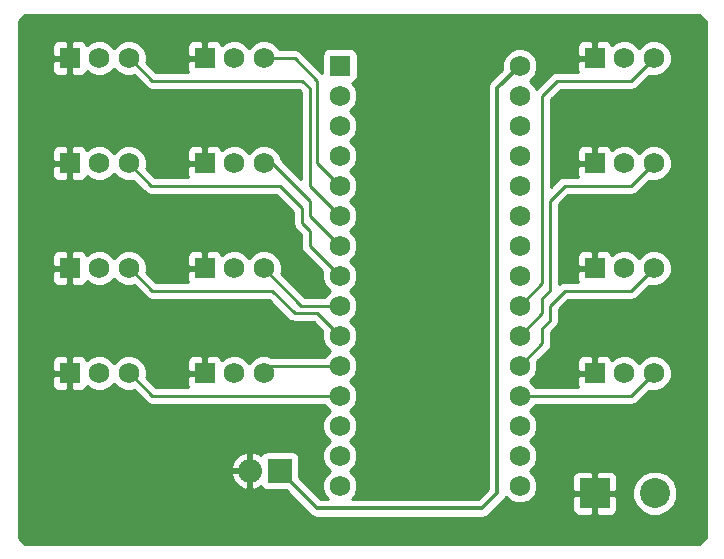
<source format=gbr>
G04 #@! TF.FileFunction,Copper,L1,Top,Signal*
%FSLAX46Y46*%
G04 Gerber Fmt 4.6, Leading zero omitted, Abs format (unit mm)*
G04 Created by KiCad (PCBNEW 4.0.2+e4-6225~38~ubuntu15.04.1-stable) date zo 17 jul 2016 23:00:48 CEST*
%MOMM*%
G01*
G04 APERTURE LIST*
%ADD10C,0.100000*%
%ADD11R,1.727200X1.727200*%
%ADD12C,1.727200*%
%ADD13R,1.750000X1.750000*%
%ADD14C,1.750000*%
%ADD15R,2.032000X2.032000*%
%ADD16O,2.032000X2.032000*%
%ADD17R,2.540000X2.540000*%
%ADD18C,2.540000*%
%ADD19C,0.250000*%
%ADD20C,0.350000*%
%ADD21C,0.254000*%
G04 APERTURE END LIST*
D10*
D11*
X141605000Y-86995000D03*
D12*
X141605000Y-89535000D03*
X141605000Y-92075000D03*
X141605000Y-94615000D03*
X141605000Y-97155000D03*
X141605000Y-99695000D03*
X141605000Y-102235000D03*
X141605000Y-104775000D03*
X141605000Y-107315000D03*
X141605000Y-109855000D03*
X141605000Y-112395000D03*
X141605000Y-114935000D03*
X141605000Y-117475000D03*
X141605000Y-120015000D03*
X141605000Y-122555000D03*
X156845000Y-122555000D03*
X156845000Y-120015000D03*
X156845000Y-117475000D03*
X156845000Y-114935000D03*
X156845000Y-112395000D03*
X156845000Y-109855000D03*
X156845000Y-107315000D03*
X156845000Y-104775000D03*
X156845000Y-102235000D03*
X156845000Y-99695000D03*
X156845000Y-97155000D03*
X156845000Y-94615000D03*
X156845000Y-92075000D03*
X156845000Y-89535000D03*
X156845000Y-86995000D03*
D13*
X130175000Y-86360000D03*
D14*
X132675000Y-86360000D03*
X135175000Y-86360000D03*
D13*
X118745000Y-86360000D03*
D14*
X121245000Y-86360000D03*
X123745000Y-86360000D03*
D13*
X130175000Y-95250000D03*
D14*
X132675000Y-95250000D03*
X135175000Y-95250000D03*
D13*
X118745000Y-95250000D03*
D14*
X121245000Y-95250000D03*
X123745000Y-95250000D03*
D13*
X130175000Y-104140000D03*
D14*
X132675000Y-104140000D03*
X135175000Y-104140000D03*
D13*
X118745000Y-104140000D03*
D14*
X121245000Y-104140000D03*
X123745000Y-104140000D03*
D13*
X130175000Y-113030000D03*
D14*
X132675000Y-113030000D03*
X135175000Y-113030000D03*
D13*
X118745000Y-113030000D03*
D14*
X121245000Y-113030000D03*
X123745000Y-113030000D03*
D15*
X136525000Y-121285000D03*
D16*
X133985000Y-121285000D03*
D13*
X163195000Y-113030000D03*
D14*
X165695000Y-113030000D03*
X168195000Y-113030000D03*
D13*
X163195000Y-104140000D03*
D14*
X165695000Y-104140000D03*
X168195000Y-104140000D03*
D13*
X163195000Y-95250000D03*
D14*
X165695000Y-95250000D03*
X168195000Y-95250000D03*
D13*
X163195000Y-86360000D03*
D14*
X165695000Y-86360000D03*
X168195000Y-86360000D03*
D17*
X163195000Y-123190000D03*
D18*
X168275000Y-123190000D03*
D19*
X141605000Y-97155000D02*
X139700000Y-95250000D01*
X137795000Y-86360000D02*
X135175000Y-86360000D01*
X139700000Y-88265000D02*
X137795000Y-86360000D01*
X139700000Y-95250000D02*
X139700000Y-88265000D01*
X141605000Y-99695000D02*
X139065000Y-97155000D01*
X125730000Y-88265000D02*
X123825000Y-86360000D01*
X138430000Y-88265000D02*
X125730000Y-88265000D01*
X139065000Y-88900000D02*
X138430000Y-88265000D01*
X139065000Y-97155000D02*
X139065000Y-88900000D01*
X123825000Y-86360000D02*
X123745000Y-86360000D01*
X141605000Y-102235000D02*
X139065000Y-99695000D01*
X139065000Y-98425000D02*
X135890000Y-95250000D01*
X139065000Y-99695000D02*
X139065000Y-98425000D01*
X135890000Y-95250000D02*
X135175000Y-95250000D01*
X139700000Y-102870000D02*
X139065000Y-102235000D01*
X139065000Y-102235000D02*
X139065000Y-100965000D01*
X141605000Y-104775000D02*
X139700000Y-102870000D01*
X125650000Y-97155000D02*
X123745000Y-95250000D01*
X136525000Y-97155000D02*
X125650000Y-97155000D01*
X138430000Y-99060000D02*
X136525000Y-97155000D01*
X138430000Y-100330000D02*
X138430000Y-99060000D01*
X139065000Y-100965000D02*
X138430000Y-100330000D01*
X141605000Y-107315000D02*
X138350000Y-107315000D01*
X138350000Y-107315000D02*
X135175000Y-104140000D01*
X141605000Y-109855000D02*
X139700000Y-107950000D01*
X125730000Y-106045000D02*
X123825000Y-104140000D01*
X135890000Y-106045000D02*
X125730000Y-106045000D01*
X137795000Y-107950000D02*
X135890000Y-106045000D01*
X139700000Y-107950000D02*
X137795000Y-107950000D01*
X123825000Y-104140000D02*
X123745000Y-104140000D01*
X141605000Y-112395000D02*
X135810000Y-112395000D01*
X135810000Y-112395000D02*
X135175000Y-113030000D01*
X141605000Y-114935000D02*
X125730000Y-114935000D01*
X125730000Y-114935000D02*
X123825000Y-113030000D01*
X123825000Y-113030000D02*
X123745000Y-113030000D01*
X156845000Y-114935000D02*
X166290000Y-114935000D01*
X166290000Y-114935000D02*
X168195000Y-113030000D01*
X156845000Y-112395000D02*
X158750000Y-110490000D01*
X166290000Y-106045000D02*
X168195000Y-104140000D01*
X160655000Y-106045000D02*
X166290000Y-106045000D01*
X159385000Y-107315000D02*
X160655000Y-106045000D01*
X159385000Y-108585000D02*
X159385000Y-107315000D01*
X158750000Y-109220000D02*
X159385000Y-108585000D01*
X158750000Y-110490000D02*
X158750000Y-109220000D01*
X156845000Y-112395000D02*
X157480000Y-112395000D01*
X156845000Y-109855000D02*
X158750000Y-107950000D01*
X166290000Y-97155000D02*
X168195000Y-95250000D01*
X160655000Y-97155000D02*
X166290000Y-97155000D01*
X159385000Y-98425000D02*
X160655000Y-97155000D01*
X159385000Y-106045000D02*
X159385000Y-98425000D01*
X158750000Y-106680000D02*
X159385000Y-106045000D01*
X158750000Y-107950000D02*
X158750000Y-106680000D01*
X156845000Y-107315000D02*
X158750000Y-105410000D01*
X166290000Y-88265000D02*
X168195000Y-86360000D01*
X160020000Y-88265000D02*
X166290000Y-88265000D01*
X158750000Y-89535000D02*
X160020000Y-88265000D01*
X158750000Y-105410000D02*
X158750000Y-89535000D01*
D20*
X136525000Y-121285000D02*
X139700000Y-124460000D01*
X139700000Y-124460000D02*
X153670000Y-124460000D01*
X153670000Y-124460000D02*
X154940000Y-123190000D01*
X154940000Y-123190000D02*
X154940000Y-88900000D01*
X154940000Y-88900000D02*
X156845000Y-86995000D01*
D21*
G36*
X172593000Y-83237606D02*
X172593000Y-126947394D01*
X172032394Y-127508000D01*
X114987606Y-127508000D01*
X114427000Y-126947394D01*
X114427000Y-121667946D01*
X132379017Y-121667946D01*
X132647812Y-122253379D01*
X133120182Y-122691385D01*
X133602056Y-122890975D01*
X133858000Y-122771836D01*
X133858000Y-121412000D01*
X132497633Y-121412000D01*
X132379017Y-121667946D01*
X114427000Y-121667946D01*
X114427000Y-120902054D01*
X132379017Y-120902054D01*
X132497633Y-121158000D01*
X133858000Y-121158000D01*
X133858000Y-119798164D01*
X133602056Y-119679025D01*
X133120182Y-119878615D01*
X132647812Y-120316621D01*
X132379017Y-120902054D01*
X114427000Y-120902054D01*
X114427000Y-113315750D01*
X117235000Y-113315750D01*
X117235000Y-114031310D01*
X117331673Y-114264699D01*
X117510302Y-114443327D01*
X117743691Y-114540000D01*
X118459250Y-114540000D01*
X118618000Y-114381250D01*
X118618000Y-113157000D01*
X117393750Y-113157000D01*
X117235000Y-113315750D01*
X114427000Y-113315750D01*
X114427000Y-112028690D01*
X117235000Y-112028690D01*
X117235000Y-112744250D01*
X117393750Y-112903000D01*
X118618000Y-112903000D01*
X118618000Y-111678750D01*
X118459250Y-111520000D01*
X117743691Y-111520000D01*
X117510302Y-111616673D01*
X117331673Y-111795301D01*
X117235000Y-112028690D01*
X114427000Y-112028690D01*
X114427000Y-104425750D01*
X117235000Y-104425750D01*
X117235000Y-105141310D01*
X117331673Y-105374699D01*
X117510302Y-105553327D01*
X117743691Y-105650000D01*
X118459250Y-105650000D01*
X118618000Y-105491250D01*
X118618000Y-104267000D01*
X117393750Y-104267000D01*
X117235000Y-104425750D01*
X114427000Y-104425750D01*
X114427000Y-103138690D01*
X117235000Y-103138690D01*
X117235000Y-103854250D01*
X117393750Y-104013000D01*
X118618000Y-104013000D01*
X118618000Y-102788750D01*
X118459250Y-102630000D01*
X117743691Y-102630000D01*
X117510302Y-102726673D01*
X117331673Y-102905301D01*
X117235000Y-103138690D01*
X114427000Y-103138690D01*
X114427000Y-95535750D01*
X117235000Y-95535750D01*
X117235000Y-96251310D01*
X117331673Y-96484699D01*
X117510302Y-96663327D01*
X117743691Y-96760000D01*
X118459250Y-96760000D01*
X118618000Y-96601250D01*
X118618000Y-95377000D01*
X117393750Y-95377000D01*
X117235000Y-95535750D01*
X114427000Y-95535750D01*
X114427000Y-94248690D01*
X117235000Y-94248690D01*
X117235000Y-94964250D01*
X117393750Y-95123000D01*
X118618000Y-95123000D01*
X118618000Y-93898750D01*
X118459250Y-93740000D01*
X117743691Y-93740000D01*
X117510302Y-93836673D01*
X117331673Y-94015301D01*
X117235000Y-94248690D01*
X114427000Y-94248690D01*
X114427000Y-86645750D01*
X117235000Y-86645750D01*
X117235000Y-87361310D01*
X117331673Y-87594699D01*
X117510302Y-87773327D01*
X117743691Y-87870000D01*
X118459250Y-87870000D01*
X118618000Y-87711250D01*
X118618000Y-86487000D01*
X117393750Y-86487000D01*
X117235000Y-86645750D01*
X114427000Y-86645750D01*
X114427000Y-85358690D01*
X117235000Y-85358690D01*
X117235000Y-86074250D01*
X117393750Y-86233000D01*
X118618000Y-86233000D01*
X118618000Y-85008750D01*
X118872000Y-85008750D01*
X118872000Y-86233000D01*
X118892000Y-86233000D01*
X118892000Y-86487000D01*
X118872000Y-86487000D01*
X118872000Y-87711250D01*
X119030750Y-87870000D01*
X119746309Y-87870000D01*
X119979698Y-87773327D01*
X120158327Y-87594699D01*
X120212760Y-87463286D01*
X120388537Y-87639370D01*
X120943325Y-87869738D01*
X121544040Y-87870262D01*
X122099229Y-87640862D01*
X122495318Y-87245464D01*
X122888537Y-87639370D01*
X123443325Y-87869738D01*
X124044040Y-87870262D01*
X124197183Y-87806985D01*
X125192599Y-88802401D01*
X125439161Y-88967148D01*
X125730000Y-89025000D01*
X138115198Y-89025000D01*
X138305000Y-89214802D01*
X138305000Y-96590198D01*
X136685245Y-94970443D01*
X136685262Y-94950960D01*
X136455862Y-94395771D01*
X136031463Y-93970630D01*
X135476675Y-93740262D01*
X134875960Y-93739738D01*
X134320771Y-93969138D01*
X133924682Y-94364536D01*
X133531463Y-93970630D01*
X132976675Y-93740262D01*
X132375960Y-93739738D01*
X131820771Y-93969138D01*
X131642797Y-94146802D01*
X131588327Y-94015301D01*
X131409698Y-93836673D01*
X131176309Y-93740000D01*
X130460750Y-93740000D01*
X130302000Y-93898750D01*
X130302000Y-95123000D01*
X130322000Y-95123000D01*
X130322000Y-95377000D01*
X130302000Y-95377000D01*
X130302000Y-95397000D01*
X130048000Y-95397000D01*
X130048000Y-95377000D01*
X128823750Y-95377000D01*
X128665000Y-95535750D01*
X128665000Y-96251310D01*
X128724518Y-96395000D01*
X125964802Y-96395000D01*
X125215639Y-95645837D01*
X125254738Y-95551675D01*
X125255262Y-94950960D01*
X125025862Y-94395771D01*
X124879038Y-94248690D01*
X128665000Y-94248690D01*
X128665000Y-94964250D01*
X128823750Y-95123000D01*
X130048000Y-95123000D01*
X130048000Y-93898750D01*
X129889250Y-93740000D01*
X129173691Y-93740000D01*
X128940302Y-93836673D01*
X128761673Y-94015301D01*
X128665000Y-94248690D01*
X124879038Y-94248690D01*
X124601463Y-93970630D01*
X124046675Y-93740262D01*
X123445960Y-93739738D01*
X122890771Y-93969138D01*
X122494682Y-94364536D01*
X122101463Y-93970630D01*
X121546675Y-93740262D01*
X120945960Y-93739738D01*
X120390771Y-93969138D01*
X120212797Y-94146802D01*
X120158327Y-94015301D01*
X119979698Y-93836673D01*
X119746309Y-93740000D01*
X119030750Y-93740000D01*
X118872000Y-93898750D01*
X118872000Y-95123000D01*
X118892000Y-95123000D01*
X118892000Y-95377000D01*
X118872000Y-95377000D01*
X118872000Y-96601250D01*
X119030750Y-96760000D01*
X119746309Y-96760000D01*
X119979698Y-96663327D01*
X120158327Y-96484699D01*
X120212760Y-96353286D01*
X120388537Y-96529370D01*
X120943325Y-96759738D01*
X121544040Y-96760262D01*
X122099229Y-96530862D01*
X122495318Y-96135464D01*
X122888537Y-96529370D01*
X123443325Y-96759738D01*
X124044040Y-96760262D01*
X124140573Y-96720375D01*
X125112599Y-97692401D01*
X125359161Y-97857148D01*
X125650000Y-97915000D01*
X136210198Y-97915000D01*
X137670000Y-99374802D01*
X137670000Y-100330000D01*
X137727852Y-100620839D01*
X137892599Y-100867401D01*
X138305000Y-101279802D01*
X138305000Y-102235000D01*
X138362852Y-102525839D01*
X138527599Y-102772401D01*
X140143084Y-104387886D01*
X140106661Y-104475602D01*
X140106141Y-105071782D01*
X140333808Y-105622780D01*
X140755003Y-106044710D01*
X140755931Y-106045095D01*
X140335290Y-106465003D01*
X140297920Y-106555000D01*
X138664802Y-106555000D01*
X136645639Y-104535837D01*
X136684738Y-104441675D01*
X136685262Y-103840960D01*
X136455862Y-103285771D01*
X136031463Y-102860630D01*
X135476675Y-102630262D01*
X134875960Y-102629738D01*
X134320771Y-102859138D01*
X133924682Y-103254536D01*
X133531463Y-102860630D01*
X132976675Y-102630262D01*
X132375960Y-102629738D01*
X131820771Y-102859138D01*
X131642797Y-103036802D01*
X131588327Y-102905301D01*
X131409698Y-102726673D01*
X131176309Y-102630000D01*
X130460750Y-102630000D01*
X130302000Y-102788750D01*
X130302000Y-104013000D01*
X130322000Y-104013000D01*
X130322000Y-104267000D01*
X130302000Y-104267000D01*
X130302000Y-104287000D01*
X130048000Y-104287000D01*
X130048000Y-104267000D01*
X128823750Y-104267000D01*
X128665000Y-104425750D01*
X128665000Y-105141310D01*
X128724518Y-105285000D01*
X126044802Y-105285000D01*
X125239111Y-104479309D01*
X125254738Y-104441675D01*
X125255262Y-103840960D01*
X125025862Y-103285771D01*
X124879038Y-103138690D01*
X128665000Y-103138690D01*
X128665000Y-103854250D01*
X128823750Y-104013000D01*
X130048000Y-104013000D01*
X130048000Y-102788750D01*
X129889250Y-102630000D01*
X129173691Y-102630000D01*
X128940302Y-102726673D01*
X128761673Y-102905301D01*
X128665000Y-103138690D01*
X124879038Y-103138690D01*
X124601463Y-102860630D01*
X124046675Y-102630262D01*
X123445960Y-102629738D01*
X122890771Y-102859138D01*
X122494682Y-103254536D01*
X122101463Y-102860630D01*
X121546675Y-102630262D01*
X120945960Y-102629738D01*
X120390771Y-102859138D01*
X120212797Y-103036802D01*
X120158327Y-102905301D01*
X119979698Y-102726673D01*
X119746309Y-102630000D01*
X119030750Y-102630000D01*
X118872000Y-102788750D01*
X118872000Y-104013000D01*
X118892000Y-104013000D01*
X118892000Y-104267000D01*
X118872000Y-104267000D01*
X118872000Y-105491250D01*
X119030750Y-105650000D01*
X119746309Y-105650000D01*
X119979698Y-105553327D01*
X120158327Y-105374699D01*
X120212760Y-105243286D01*
X120388537Y-105419370D01*
X120943325Y-105649738D01*
X121544040Y-105650262D01*
X122099229Y-105420862D01*
X122495318Y-105025464D01*
X122888537Y-105419370D01*
X123443325Y-105649738D01*
X124044040Y-105650262D01*
X124197183Y-105586985D01*
X125192599Y-106582401D01*
X125439161Y-106747148D01*
X125730000Y-106805000D01*
X135575198Y-106805000D01*
X137257599Y-108487401D01*
X137504161Y-108652148D01*
X137795000Y-108710000D01*
X139385198Y-108710000D01*
X140143084Y-109467886D01*
X140106661Y-109555602D01*
X140106141Y-110151782D01*
X140333808Y-110702780D01*
X140755003Y-111124710D01*
X140755931Y-111125095D01*
X140335290Y-111545003D01*
X140297920Y-111635000D01*
X135810000Y-111635000D01*
X135771458Y-111642667D01*
X135476675Y-111520262D01*
X134875960Y-111519738D01*
X134320771Y-111749138D01*
X133924682Y-112144536D01*
X133531463Y-111750630D01*
X132976675Y-111520262D01*
X132375960Y-111519738D01*
X131820771Y-111749138D01*
X131642797Y-111926802D01*
X131588327Y-111795301D01*
X131409698Y-111616673D01*
X131176309Y-111520000D01*
X130460750Y-111520000D01*
X130302000Y-111678750D01*
X130302000Y-112903000D01*
X130322000Y-112903000D01*
X130322000Y-113157000D01*
X130302000Y-113157000D01*
X130302000Y-113177000D01*
X130048000Y-113177000D01*
X130048000Y-113157000D01*
X128823750Y-113157000D01*
X128665000Y-113315750D01*
X128665000Y-114031310D01*
X128724518Y-114175000D01*
X126044802Y-114175000D01*
X125239111Y-113369309D01*
X125254738Y-113331675D01*
X125255262Y-112730960D01*
X125025862Y-112175771D01*
X124879038Y-112028690D01*
X128665000Y-112028690D01*
X128665000Y-112744250D01*
X128823750Y-112903000D01*
X130048000Y-112903000D01*
X130048000Y-111678750D01*
X129889250Y-111520000D01*
X129173691Y-111520000D01*
X128940302Y-111616673D01*
X128761673Y-111795301D01*
X128665000Y-112028690D01*
X124879038Y-112028690D01*
X124601463Y-111750630D01*
X124046675Y-111520262D01*
X123445960Y-111519738D01*
X122890771Y-111749138D01*
X122494682Y-112144536D01*
X122101463Y-111750630D01*
X121546675Y-111520262D01*
X120945960Y-111519738D01*
X120390771Y-111749138D01*
X120212797Y-111926802D01*
X120158327Y-111795301D01*
X119979698Y-111616673D01*
X119746309Y-111520000D01*
X119030750Y-111520000D01*
X118872000Y-111678750D01*
X118872000Y-112903000D01*
X118892000Y-112903000D01*
X118892000Y-113157000D01*
X118872000Y-113157000D01*
X118872000Y-114381250D01*
X119030750Y-114540000D01*
X119746309Y-114540000D01*
X119979698Y-114443327D01*
X120158327Y-114264699D01*
X120212760Y-114133286D01*
X120388537Y-114309370D01*
X120943325Y-114539738D01*
X121544040Y-114540262D01*
X122099229Y-114310862D01*
X122495318Y-113915464D01*
X122888537Y-114309370D01*
X123443325Y-114539738D01*
X124044040Y-114540262D01*
X124197183Y-114476985D01*
X125192599Y-115472401D01*
X125439161Y-115637148D01*
X125730000Y-115695000D01*
X140297538Y-115695000D01*
X140333808Y-115782780D01*
X140755003Y-116204710D01*
X140755931Y-116205095D01*
X140335290Y-116625003D01*
X140106661Y-117175602D01*
X140106141Y-117771782D01*
X140333808Y-118322780D01*
X140755003Y-118744710D01*
X140755931Y-118745095D01*
X140335290Y-119165003D01*
X140106661Y-119715602D01*
X140106141Y-120311782D01*
X140333808Y-120862780D01*
X140755003Y-121284710D01*
X140755931Y-121285095D01*
X140335290Y-121705003D01*
X140106661Y-122255602D01*
X140106141Y-122851782D01*
X140333808Y-123402780D01*
X140580597Y-123650000D01*
X140035513Y-123650000D01*
X138188440Y-121802928D01*
X138188440Y-120269000D01*
X138144162Y-120033683D01*
X138005090Y-119817559D01*
X137792890Y-119672569D01*
X137541000Y-119621560D01*
X135509000Y-119621560D01*
X135273683Y-119665838D01*
X135057559Y-119804910D01*
X134946160Y-119967948D01*
X134849818Y-119878615D01*
X134367944Y-119679025D01*
X134112000Y-119798164D01*
X134112000Y-121158000D01*
X134132000Y-121158000D01*
X134132000Y-121412000D01*
X134112000Y-121412000D01*
X134112000Y-122771836D01*
X134367944Y-122890975D01*
X134849818Y-122691385D01*
X134947398Y-122600903D01*
X135044910Y-122752441D01*
X135257110Y-122897431D01*
X135509000Y-122948440D01*
X137042928Y-122948440D01*
X139127243Y-125032756D01*
X139219901Y-125094668D01*
X139390026Y-125208342D01*
X139700000Y-125270000D01*
X153670000Y-125270000D01*
X153979974Y-125208342D01*
X154242756Y-125032756D01*
X155512756Y-123762757D01*
X155600549Y-123631365D01*
X155681321Y-123510481D01*
X155995003Y-123824710D01*
X156545602Y-124053339D01*
X157141782Y-124053859D01*
X157692780Y-123826192D01*
X158043833Y-123475750D01*
X161290000Y-123475750D01*
X161290000Y-124586310D01*
X161386673Y-124819699D01*
X161565302Y-124998327D01*
X161798691Y-125095000D01*
X162909250Y-125095000D01*
X163068000Y-124936250D01*
X163068000Y-123317000D01*
X163322000Y-123317000D01*
X163322000Y-124936250D01*
X163480750Y-125095000D01*
X164591309Y-125095000D01*
X164824698Y-124998327D01*
X165003327Y-124819699D01*
X165100000Y-124586310D01*
X165100000Y-123567265D01*
X166369670Y-123567265D01*
X166659078Y-124267686D01*
X167194495Y-124804039D01*
X167894410Y-125094668D01*
X168652265Y-125095330D01*
X169352686Y-124805922D01*
X169889039Y-124270505D01*
X170179668Y-123570590D01*
X170180330Y-122812735D01*
X169890922Y-122112314D01*
X169355505Y-121575961D01*
X168655590Y-121285332D01*
X167897735Y-121284670D01*
X167197314Y-121574078D01*
X166660961Y-122109495D01*
X166370332Y-122809410D01*
X166369670Y-123567265D01*
X165100000Y-123567265D01*
X165100000Y-123475750D01*
X164941250Y-123317000D01*
X163322000Y-123317000D01*
X163068000Y-123317000D01*
X161448750Y-123317000D01*
X161290000Y-123475750D01*
X158043833Y-123475750D01*
X158114710Y-123404997D01*
X158343339Y-122854398D01*
X158343859Y-122258218D01*
X158151921Y-121793690D01*
X161290000Y-121793690D01*
X161290000Y-122904250D01*
X161448750Y-123063000D01*
X163068000Y-123063000D01*
X163068000Y-121443750D01*
X163322000Y-121443750D01*
X163322000Y-123063000D01*
X164941250Y-123063000D01*
X165100000Y-122904250D01*
X165100000Y-121793690D01*
X165003327Y-121560301D01*
X164824698Y-121381673D01*
X164591309Y-121285000D01*
X163480750Y-121285000D01*
X163322000Y-121443750D01*
X163068000Y-121443750D01*
X162909250Y-121285000D01*
X161798691Y-121285000D01*
X161565302Y-121381673D01*
X161386673Y-121560301D01*
X161290000Y-121793690D01*
X158151921Y-121793690D01*
X158116192Y-121707220D01*
X157694997Y-121285290D01*
X157694069Y-121284905D01*
X158114710Y-120864997D01*
X158343339Y-120314398D01*
X158343859Y-119718218D01*
X158116192Y-119167220D01*
X157694997Y-118745290D01*
X157694069Y-118744905D01*
X158114710Y-118324997D01*
X158343339Y-117774398D01*
X158343859Y-117178218D01*
X158116192Y-116627220D01*
X157694997Y-116205290D01*
X157694069Y-116204905D01*
X158114710Y-115784997D01*
X158152080Y-115695000D01*
X166290000Y-115695000D01*
X166580839Y-115637148D01*
X166827401Y-115472401D01*
X167799163Y-114500639D01*
X167893325Y-114539738D01*
X168494040Y-114540262D01*
X169049229Y-114310862D01*
X169474370Y-113886463D01*
X169704738Y-113331675D01*
X169705262Y-112730960D01*
X169475862Y-112175771D01*
X169051463Y-111750630D01*
X168496675Y-111520262D01*
X167895960Y-111519738D01*
X167340771Y-111749138D01*
X166944682Y-112144536D01*
X166551463Y-111750630D01*
X165996675Y-111520262D01*
X165395960Y-111519738D01*
X164840771Y-111749138D01*
X164662797Y-111926802D01*
X164608327Y-111795301D01*
X164429698Y-111616673D01*
X164196309Y-111520000D01*
X163480750Y-111520000D01*
X163322000Y-111678750D01*
X163322000Y-112903000D01*
X163342000Y-112903000D01*
X163342000Y-113157000D01*
X163322000Y-113157000D01*
X163322000Y-113177000D01*
X163068000Y-113177000D01*
X163068000Y-113157000D01*
X161843750Y-113157000D01*
X161685000Y-113315750D01*
X161685000Y-114031310D01*
X161744518Y-114175000D01*
X158152462Y-114175000D01*
X158116192Y-114087220D01*
X157694997Y-113665290D01*
X157694069Y-113664905D01*
X158114710Y-113244997D01*
X158343339Y-112694398D01*
X158343859Y-112098218D01*
X158315131Y-112028690D01*
X161685000Y-112028690D01*
X161685000Y-112744250D01*
X161843750Y-112903000D01*
X163068000Y-112903000D01*
X163068000Y-111678750D01*
X162909250Y-111520000D01*
X162193691Y-111520000D01*
X161960302Y-111616673D01*
X161781673Y-111795301D01*
X161685000Y-112028690D01*
X158315131Y-112028690D01*
X158306646Y-112008156D01*
X159287401Y-111027401D01*
X159452148Y-110780839D01*
X159510000Y-110490000D01*
X159510000Y-109534802D01*
X159922401Y-109122401D01*
X160087148Y-108875839D01*
X160145000Y-108585000D01*
X160145000Y-107629802D01*
X160969802Y-106805000D01*
X166290000Y-106805000D01*
X166580839Y-106747148D01*
X166827401Y-106582401D01*
X167799163Y-105610639D01*
X167893325Y-105649738D01*
X168494040Y-105650262D01*
X169049229Y-105420862D01*
X169474370Y-104996463D01*
X169704738Y-104441675D01*
X169705262Y-103840960D01*
X169475862Y-103285771D01*
X169051463Y-102860630D01*
X168496675Y-102630262D01*
X167895960Y-102629738D01*
X167340771Y-102859138D01*
X166944682Y-103254536D01*
X166551463Y-102860630D01*
X165996675Y-102630262D01*
X165395960Y-102629738D01*
X164840771Y-102859138D01*
X164662797Y-103036802D01*
X164608327Y-102905301D01*
X164429698Y-102726673D01*
X164196309Y-102630000D01*
X163480750Y-102630000D01*
X163322000Y-102788750D01*
X163322000Y-104013000D01*
X163342000Y-104013000D01*
X163342000Y-104267000D01*
X163322000Y-104267000D01*
X163322000Y-104287000D01*
X163068000Y-104287000D01*
X163068000Y-104267000D01*
X161843750Y-104267000D01*
X161685000Y-104425750D01*
X161685000Y-105141310D01*
X161744518Y-105285000D01*
X160655000Y-105285000D01*
X160364160Y-105342852D01*
X160145000Y-105489290D01*
X160145000Y-103138690D01*
X161685000Y-103138690D01*
X161685000Y-103854250D01*
X161843750Y-104013000D01*
X163068000Y-104013000D01*
X163068000Y-102788750D01*
X162909250Y-102630000D01*
X162193691Y-102630000D01*
X161960302Y-102726673D01*
X161781673Y-102905301D01*
X161685000Y-103138690D01*
X160145000Y-103138690D01*
X160145000Y-98739802D01*
X160969802Y-97915000D01*
X166290000Y-97915000D01*
X166580839Y-97857148D01*
X166827401Y-97692401D01*
X167799163Y-96720639D01*
X167893325Y-96759738D01*
X168494040Y-96760262D01*
X169049229Y-96530862D01*
X169474370Y-96106463D01*
X169704738Y-95551675D01*
X169705262Y-94950960D01*
X169475862Y-94395771D01*
X169051463Y-93970630D01*
X168496675Y-93740262D01*
X167895960Y-93739738D01*
X167340771Y-93969138D01*
X166944682Y-94364536D01*
X166551463Y-93970630D01*
X165996675Y-93740262D01*
X165395960Y-93739738D01*
X164840771Y-93969138D01*
X164662797Y-94146802D01*
X164608327Y-94015301D01*
X164429698Y-93836673D01*
X164196309Y-93740000D01*
X163480750Y-93740000D01*
X163322000Y-93898750D01*
X163322000Y-95123000D01*
X163342000Y-95123000D01*
X163342000Y-95377000D01*
X163322000Y-95377000D01*
X163322000Y-95397000D01*
X163068000Y-95397000D01*
X163068000Y-95377000D01*
X161843750Y-95377000D01*
X161685000Y-95535750D01*
X161685000Y-96251310D01*
X161744518Y-96395000D01*
X160655000Y-96395000D01*
X160364160Y-96452852D01*
X160117599Y-96617599D01*
X159510000Y-97225198D01*
X159510000Y-94248690D01*
X161685000Y-94248690D01*
X161685000Y-94964250D01*
X161843750Y-95123000D01*
X163068000Y-95123000D01*
X163068000Y-93898750D01*
X162909250Y-93740000D01*
X162193691Y-93740000D01*
X161960302Y-93836673D01*
X161781673Y-94015301D01*
X161685000Y-94248690D01*
X159510000Y-94248690D01*
X159510000Y-89849802D01*
X160334802Y-89025000D01*
X166290000Y-89025000D01*
X166580839Y-88967148D01*
X166827401Y-88802401D01*
X167799163Y-87830639D01*
X167893325Y-87869738D01*
X168494040Y-87870262D01*
X169049229Y-87640862D01*
X169474370Y-87216463D01*
X169704738Y-86661675D01*
X169705262Y-86060960D01*
X169475862Y-85505771D01*
X169051463Y-85080630D01*
X168496675Y-84850262D01*
X167895960Y-84849738D01*
X167340771Y-85079138D01*
X166944682Y-85474536D01*
X166551463Y-85080630D01*
X165996675Y-84850262D01*
X165395960Y-84849738D01*
X164840771Y-85079138D01*
X164662797Y-85256802D01*
X164608327Y-85125301D01*
X164429698Y-84946673D01*
X164196309Y-84850000D01*
X163480750Y-84850000D01*
X163322000Y-85008750D01*
X163322000Y-86233000D01*
X163342000Y-86233000D01*
X163342000Y-86487000D01*
X163322000Y-86487000D01*
X163322000Y-86507000D01*
X163068000Y-86507000D01*
X163068000Y-86487000D01*
X161843750Y-86487000D01*
X161685000Y-86645750D01*
X161685000Y-87361310D01*
X161744518Y-87505000D01*
X160020000Y-87505000D01*
X159729160Y-87562852D01*
X159482599Y-87727599D01*
X158235129Y-88975069D01*
X158116192Y-88687220D01*
X157694997Y-88265290D01*
X157694069Y-88264905D01*
X158114710Y-87844997D01*
X158343339Y-87294398D01*
X158343859Y-86698218D01*
X158116192Y-86147220D01*
X157694997Y-85725290D01*
X157144398Y-85496661D01*
X156548218Y-85496141D01*
X155997220Y-85723808D01*
X155575290Y-86145003D01*
X155346661Y-86695602D01*
X155346141Y-87291782D01*
X155362679Y-87331808D01*
X154367244Y-88327244D01*
X154191658Y-88590026D01*
X154130000Y-88900000D01*
X154130000Y-122854487D01*
X153334488Y-123650000D01*
X142629279Y-123650000D01*
X142874710Y-123404997D01*
X143103339Y-122854398D01*
X143103859Y-122258218D01*
X142876192Y-121707220D01*
X142454997Y-121285290D01*
X142454069Y-121284905D01*
X142874710Y-120864997D01*
X143103339Y-120314398D01*
X143103859Y-119718218D01*
X142876192Y-119167220D01*
X142454997Y-118745290D01*
X142454069Y-118744905D01*
X142874710Y-118324997D01*
X143103339Y-117774398D01*
X143103859Y-117178218D01*
X142876192Y-116627220D01*
X142454997Y-116205290D01*
X142454069Y-116204905D01*
X142874710Y-115784997D01*
X143103339Y-115234398D01*
X143103859Y-114638218D01*
X142876192Y-114087220D01*
X142454997Y-113665290D01*
X142454069Y-113664905D01*
X142874710Y-113244997D01*
X143103339Y-112694398D01*
X143103859Y-112098218D01*
X142876192Y-111547220D01*
X142454997Y-111125290D01*
X142454069Y-111124905D01*
X142874710Y-110704997D01*
X143103339Y-110154398D01*
X143103859Y-109558218D01*
X142876192Y-109007220D01*
X142454997Y-108585290D01*
X142454069Y-108584905D01*
X142874710Y-108164997D01*
X143103339Y-107614398D01*
X143103859Y-107018218D01*
X142876192Y-106467220D01*
X142454997Y-106045290D01*
X142454069Y-106044905D01*
X142874710Y-105624997D01*
X143103339Y-105074398D01*
X143103859Y-104478218D01*
X142876192Y-103927220D01*
X142454997Y-103505290D01*
X142454069Y-103504905D01*
X142874710Y-103084997D01*
X143103339Y-102534398D01*
X143103859Y-101938218D01*
X142876192Y-101387220D01*
X142454997Y-100965290D01*
X142454069Y-100964905D01*
X142874710Y-100544997D01*
X143103339Y-99994398D01*
X143103859Y-99398218D01*
X142876192Y-98847220D01*
X142454997Y-98425290D01*
X142454069Y-98424905D01*
X142874710Y-98004997D01*
X143103339Y-97454398D01*
X143103859Y-96858218D01*
X142876192Y-96307220D01*
X142454997Y-95885290D01*
X142454069Y-95884905D01*
X142874710Y-95464997D01*
X143103339Y-94914398D01*
X143103859Y-94318218D01*
X142876192Y-93767220D01*
X142454997Y-93345290D01*
X142454069Y-93344905D01*
X142874710Y-92924997D01*
X143103339Y-92374398D01*
X143103859Y-91778218D01*
X142876192Y-91227220D01*
X142454997Y-90805290D01*
X142454069Y-90804905D01*
X142874710Y-90384997D01*
X143103339Y-89834398D01*
X143103859Y-89238218D01*
X142876192Y-88687220D01*
X142659475Y-88470124D01*
X142703917Y-88461762D01*
X142920041Y-88322690D01*
X143065031Y-88110490D01*
X143116040Y-87858600D01*
X143116040Y-86131400D01*
X143071762Y-85896083D01*
X142932690Y-85679959D01*
X142720490Y-85534969D01*
X142468600Y-85483960D01*
X140741400Y-85483960D01*
X140506083Y-85528238D01*
X140289959Y-85667310D01*
X140144969Y-85879510D01*
X140093960Y-86131400D01*
X140093960Y-87584158D01*
X138332401Y-85822599D01*
X138085839Y-85657852D01*
X137795000Y-85600000D01*
X136494797Y-85600000D01*
X136455862Y-85505771D01*
X136309038Y-85358690D01*
X161685000Y-85358690D01*
X161685000Y-86074250D01*
X161843750Y-86233000D01*
X163068000Y-86233000D01*
X163068000Y-85008750D01*
X162909250Y-84850000D01*
X162193691Y-84850000D01*
X161960302Y-84946673D01*
X161781673Y-85125301D01*
X161685000Y-85358690D01*
X136309038Y-85358690D01*
X136031463Y-85080630D01*
X135476675Y-84850262D01*
X134875960Y-84849738D01*
X134320771Y-85079138D01*
X133924682Y-85474536D01*
X133531463Y-85080630D01*
X132976675Y-84850262D01*
X132375960Y-84849738D01*
X131820771Y-85079138D01*
X131642797Y-85256802D01*
X131588327Y-85125301D01*
X131409698Y-84946673D01*
X131176309Y-84850000D01*
X130460750Y-84850000D01*
X130302000Y-85008750D01*
X130302000Y-86233000D01*
X130322000Y-86233000D01*
X130322000Y-86487000D01*
X130302000Y-86487000D01*
X130302000Y-86507000D01*
X130048000Y-86507000D01*
X130048000Y-86487000D01*
X128823750Y-86487000D01*
X128665000Y-86645750D01*
X128665000Y-87361310D01*
X128724518Y-87505000D01*
X126044802Y-87505000D01*
X125239111Y-86699309D01*
X125254738Y-86661675D01*
X125255262Y-86060960D01*
X125025862Y-85505771D01*
X124879038Y-85358690D01*
X128665000Y-85358690D01*
X128665000Y-86074250D01*
X128823750Y-86233000D01*
X130048000Y-86233000D01*
X130048000Y-85008750D01*
X129889250Y-84850000D01*
X129173691Y-84850000D01*
X128940302Y-84946673D01*
X128761673Y-85125301D01*
X128665000Y-85358690D01*
X124879038Y-85358690D01*
X124601463Y-85080630D01*
X124046675Y-84850262D01*
X123445960Y-84849738D01*
X122890771Y-85079138D01*
X122494682Y-85474536D01*
X122101463Y-85080630D01*
X121546675Y-84850262D01*
X120945960Y-84849738D01*
X120390771Y-85079138D01*
X120212797Y-85256802D01*
X120158327Y-85125301D01*
X119979698Y-84946673D01*
X119746309Y-84850000D01*
X119030750Y-84850000D01*
X118872000Y-85008750D01*
X118618000Y-85008750D01*
X118459250Y-84850000D01*
X117743691Y-84850000D01*
X117510302Y-84946673D01*
X117331673Y-85125301D01*
X117235000Y-85358690D01*
X114427000Y-85358690D01*
X114427000Y-83237606D01*
X114987606Y-82677000D01*
X172032394Y-82677000D01*
X172593000Y-83237606D01*
X172593000Y-83237606D01*
G37*
X172593000Y-83237606D02*
X172593000Y-126947394D01*
X172032394Y-127508000D01*
X114987606Y-127508000D01*
X114427000Y-126947394D01*
X114427000Y-121667946D01*
X132379017Y-121667946D01*
X132647812Y-122253379D01*
X133120182Y-122691385D01*
X133602056Y-122890975D01*
X133858000Y-122771836D01*
X133858000Y-121412000D01*
X132497633Y-121412000D01*
X132379017Y-121667946D01*
X114427000Y-121667946D01*
X114427000Y-120902054D01*
X132379017Y-120902054D01*
X132497633Y-121158000D01*
X133858000Y-121158000D01*
X133858000Y-119798164D01*
X133602056Y-119679025D01*
X133120182Y-119878615D01*
X132647812Y-120316621D01*
X132379017Y-120902054D01*
X114427000Y-120902054D01*
X114427000Y-113315750D01*
X117235000Y-113315750D01*
X117235000Y-114031310D01*
X117331673Y-114264699D01*
X117510302Y-114443327D01*
X117743691Y-114540000D01*
X118459250Y-114540000D01*
X118618000Y-114381250D01*
X118618000Y-113157000D01*
X117393750Y-113157000D01*
X117235000Y-113315750D01*
X114427000Y-113315750D01*
X114427000Y-112028690D01*
X117235000Y-112028690D01*
X117235000Y-112744250D01*
X117393750Y-112903000D01*
X118618000Y-112903000D01*
X118618000Y-111678750D01*
X118459250Y-111520000D01*
X117743691Y-111520000D01*
X117510302Y-111616673D01*
X117331673Y-111795301D01*
X117235000Y-112028690D01*
X114427000Y-112028690D01*
X114427000Y-104425750D01*
X117235000Y-104425750D01*
X117235000Y-105141310D01*
X117331673Y-105374699D01*
X117510302Y-105553327D01*
X117743691Y-105650000D01*
X118459250Y-105650000D01*
X118618000Y-105491250D01*
X118618000Y-104267000D01*
X117393750Y-104267000D01*
X117235000Y-104425750D01*
X114427000Y-104425750D01*
X114427000Y-103138690D01*
X117235000Y-103138690D01*
X117235000Y-103854250D01*
X117393750Y-104013000D01*
X118618000Y-104013000D01*
X118618000Y-102788750D01*
X118459250Y-102630000D01*
X117743691Y-102630000D01*
X117510302Y-102726673D01*
X117331673Y-102905301D01*
X117235000Y-103138690D01*
X114427000Y-103138690D01*
X114427000Y-95535750D01*
X117235000Y-95535750D01*
X117235000Y-96251310D01*
X117331673Y-96484699D01*
X117510302Y-96663327D01*
X117743691Y-96760000D01*
X118459250Y-96760000D01*
X118618000Y-96601250D01*
X118618000Y-95377000D01*
X117393750Y-95377000D01*
X117235000Y-95535750D01*
X114427000Y-95535750D01*
X114427000Y-94248690D01*
X117235000Y-94248690D01*
X117235000Y-94964250D01*
X117393750Y-95123000D01*
X118618000Y-95123000D01*
X118618000Y-93898750D01*
X118459250Y-93740000D01*
X117743691Y-93740000D01*
X117510302Y-93836673D01*
X117331673Y-94015301D01*
X117235000Y-94248690D01*
X114427000Y-94248690D01*
X114427000Y-86645750D01*
X117235000Y-86645750D01*
X117235000Y-87361310D01*
X117331673Y-87594699D01*
X117510302Y-87773327D01*
X117743691Y-87870000D01*
X118459250Y-87870000D01*
X118618000Y-87711250D01*
X118618000Y-86487000D01*
X117393750Y-86487000D01*
X117235000Y-86645750D01*
X114427000Y-86645750D01*
X114427000Y-85358690D01*
X117235000Y-85358690D01*
X117235000Y-86074250D01*
X117393750Y-86233000D01*
X118618000Y-86233000D01*
X118618000Y-85008750D01*
X118872000Y-85008750D01*
X118872000Y-86233000D01*
X118892000Y-86233000D01*
X118892000Y-86487000D01*
X118872000Y-86487000D01*
X118872000Y-87711250D01*
X119030750Y-87870000D01*
X119746309Y-87870000D01*
X119979698Y-87773327D01*
X120158327Y-87594699D01*
X120212760Y-87463286D01*
X120388537Y-87639370D01*
X120943325Y-87869738D01*
X121544040Y-87870262D01*
X122099229Y-87640862D01*
X122495318Y-87245464D01*
X122888537Y-87639370D01*
X123443325Y-87869738D01*
X124044040Y-87870262D01*
X124197183Y-87806985D01*
X125192599Y-88802401D01*
X125439161Y-88967148D01*
X125730000Y-89025000D01*
X138115198Y-89025000D01*
X138305000Y-89214802D01*
X138305000Y-96590198D01*
X136685245Y-94970443D01*
X136685262Y-94950960D01*
X136455862Y-94395771D01*
X136031463Y-93970630D01*
X135476675Y-93740262D01*
X134875960Y-93739738D01*
X134320771Y-93969138D01*
X133924682Y-94364536D01*
X133531463Y-93970630D01*
X132976675Y-93740262D01*
X132375960Y-93739738D01*
X131820771Y-93969138D01*
X131642797Y-94146802D01*
X131588327Y-94015301D01*
X131409698Y-93836673D01*
X131176309Y-93740000D01*
X130460750Y-93740000D01*
X130302000Y-93898750D01*
X130302000Y-95123000D01*
X130322000Y-95123000D01*
X130322000Y-95377000D01*
X130302000Y-95377000D01*
X130302000Y-95397000D01*
X130048000Y-95397000D01*
X130048000Y-95377000D01*
X128823750Y-95377000D01*
X128665000Y-95535750D01*
X128665000Y-96251310D01*
X128724518Y-96395000D01*
X125964802Y-96395000D01*
X125215639Y-95645837D01*
X125254738Y-95551675D01*
X125255262Y-94950960D01*
X125025862Y-94395771D01*
X124879038Y-94248690D01*
X128665000Y-94248690D01*
X128665000Y-94964250D01*
X128823750Y-95123000D01*
X130048000Y-95123000D01*
X130048000Y-93898750D01*
X129889250Y-93740000D01*
X129173691Y-93740000D01*
X128940302Y-93836673D01*
X128761673Y-94015301D01*
X128665000Y-94248690D01*
X124879038Y-94248690D01*
X124601463Y-93970630D01*
X124046675Y-93740262D01*
X123445960Y-93739738D01*
X122890771Y-93969138D01*
X122494682Y-94364536D01*
X122101463Y-93970630D01*
X121546675Y-93740262D01*
X120945960Y-93739738D01*
X120390771Y-93969138D01*
X120212797Y-94146802D01*
X120158327Y-94015301D01*
X119979698Y-93836673D01*
X119746309Y-93740000D01*
X119030750Y-93740000D01*
X118872000Y-93898750D01*
X118872000Y-95123000D01*
X118892000Y-95123000D01*
X118892000Y-95377000D01*
X118872000Y-95377000D01*
X118872000Y-96601250D01*
X119030750Y-96760000D01*
X119746309Y-96760000D01*
X119979698Y-96663327D01*
X120158327Y-96484699D01*
X120212760Y-96353286D01*
X120388537Y-96529370D01*
X120943325Y-96759738D01*
X121544040Y-96760262D01*
X122099229Y-96530862D01*
X122495318Y-96135464D01*
X122888537Y-96529370D01*
X123443325Y-96759738D01*
X124044040Y-96760262D01*
X124140573Y-96720375D01*
X125112599Y-97692401D01*
X125359161Y-97857148D01*
X125650000Y-97915000D01*
X136210198Y-97915000D01*
X137670000Y-99374802D01*
X137670000Y-100330000D01*
X137727852Y-100620839D01*
X137892599Y-100867401D01*
X138305000Y-101279802D01*
X138305000Y-102235000D01*
X138362852Y-102525839D01*
X138527599Y-102772401D01*
X140143084Y-104387886D01*
X140106661Y-104475602D01*
X140106141Y-105071782D01*
X140333808Y-105622780D01*
X140755003Y-106044710D01*
X140755931Y-106045095D01*
X140335290Y-106465003D01*
X140297920Y-106555000D01*
X138664802Y-106555000D01*
X136645639Y-104535837D01*
X136684738Y-104441675D01*
X136685262Y-103840960D01*
X136455862Y-103285771D01*
X136031463Y-102860630D01*
X135476675Y-102630262D01*
X134875960Y-102629738D01*
X134320771Y-102859138D01*
X133924682Y-103254536D01*
X133531463Y-102860630D01*
X132976675Y-102630262D01*
X132375960Y-102629738D01*
X131820771Y-102859138D01*
X131642797Y-103036802D01*
X131588327Y-102905301D01*
X131409698Y-102726673D01*
X131176309Y-102630000D01*
X130460750Y-102630000D01*
X130302000Y-102788750D01*
X130302000Y-104013000D01*
X130322000Y-104013000D01*
X130322000Y-104267000D01*
X130302000Y-104267000D01*
X130302000Y-104287000D01*
X130048000Y-104287000D01*
X130048000Y-104267000D01*
X128823750Y-104267000D01*
X128665000Y-104425750D01*
X128665000Y-105141310D01*
X128724518Y-105285000D01*
X126044802Y-105285000D01*
X125239111Y-104479309D01*
X125254738Y-104441675D01*
X125255262Y-103840960D01*
X125025862Y-103285771D01*
X124879038Y-103138690D01*
X128665000Y-103138690D01*
X128665000Y-103854250D01*
X128823750Y-104013000D01*
X130048000Y-104013000D01*
X130048000Y-102788750D01*
X129889250Y-102630000D01*
X129173691Y-102630000D01*
X128940302Y-102726673D01*
X128761673Y-102905301D01*
X128665000Y-103138690D01*
X124879038Y-103138690D01*
X124601463Y-102860630D01*
X124046675Y-102630262D01*
X123445960Y-102629738D01*
X122890771Y-102859138D01*
X122494682Y-103254536D01*
X122101463Y-102860630D01*
X121546675Y-102630262D01*
X120945960Y-102629738D01*
X120390771Y-102859138D01*
X120212797Y-103036802D01*
X120158327Y-102905301D01*
X119979698Y-102726673D01*
X119746309Y-102630000D01*
X119030750Y-102630000D01*
X118872000Y-102788750D01*
X118872000Y-104013000D01*
X118892000Y-104013000D01*
X118892000Y-104267000D01*
X118872000Y-104267000D01*
X118872000Y-105491250D01*
X119030750Y-105650000D01*
X119746309Y-105650000D01*
X119979698Y-105553327D01*
X120158327Y-105374699D01*
X120212760Y-105243286D01*
X120388537Y-105419370D01*
X120943325Y-105649738D01*
X121544040Y-105650262D01*
X122099229Y-105420862D01*
X122495318Y-105025464D01*
X122888537Y-105419370D01*
X123443325Y-105649738D01*
X124044040Y-105650262D01*
X124197183Y-105586985D01*
X125192599Y-106582401D01*
X125439161Y-106747148D01*
X125730000Y-106805000D01*
X135575198Y-106805000D01*
X137257599Y-108487401D01*
X137504161Y-108652148D01*
X137795000Y-108710000D01*
X139385198Y-108710000D01*
X140143084Y-109467886D01*
X140106661Y-109555602D01*
X140106141Y-110151782D01*
X140333808Y-110702780D01*
X140755003Y-111124710D01*
X140755931Y-111125095D01*
X140335290Y-111545003D01*
X140297920Y-111635000D01*
X135810000Y-111635000D01*
X135771458Y-111642667D01*
X135476675Y-111520262D01*
X134875960Y-111519738D01*
X134320771Y-111749138D01*
X133924682Y-112144536D01*
X133531463Y-111750630D01*
X132976675Y-111520262D01*
X132375960Y-111519738D01*
X131820771Y-111749138D01*
X131642797Y-111926802D01*
X131588327Y-111795301D01*
X131409698Y-111616673D01*
X131176309Y-111520000D01*
X130460750Y-111520000D01*
X130302000Y-111678750D01*
X130302000Y-112903000D01*
X130322000Y-112903000D01*
X130322000Y-113157000D01*
X130302000Y-113157000D01*
X130302000Y-113177000D01*
X130048000Y-113177000D01*
X130048000Y-113157000D01*
X128823750Y-113157000D01*
X128665000Y-113315750D01*
X128665000Y-114031310D01*
X128724518Y-114175000D01*
X126044802Y-114175000D01*
X125239111Y-113369309D01*
X125254738Y-113331675D01*
X125255262Y-112730960D01*
X125025862Y-112175771D01*
X124879038Y-112028690D01*
X128665000Y-112028690D01*
X128665000Y-112744250D01*
X128823750Y-112903000D01*
X130048000Y-112903000D01*
X130048000Y-111678750D01*
X129889250Y-111520000D01*
X129173691Y-111520000D01*
X128940302Y-111616673D01*
X128761673Y-111795301D01*
X128665000Y-112028690D01*
X124879038Y-112028690D01*
X124601463Y-111750630D01*
X124046675Y-111520262D01*
X123445960Y-111519738D01*
X122890771Y-111749138D01*
X122494682Y-112144536D01*
X122101463Y-111750630D01*
X121546675Y-111520262D01*
X120945960Y-111519738D01*
X120390771Y-111749138D01*
X120212797Y-111926802D01*
X120158327Y-111795301D01*
X119979698Y-111616673D01*
X119746309Y-111520000D01*
X119030750Y-111520000D01*
X118872000Y-111678750D01*
X118872000Y-112903000D01*
X118892000Y-112903000D01*
X118892000Y-113157000D01*
X118872000Y-113157000D01*
X118872000Y-114381250D01*
X119030750Y-114540000D01*
X119746309Y-114540000D01*
X119979698Y-114443327D01*
X120158327Y-114264699D01*
X120212760Y-114133286D01*
X120388537Y-114309370D01*
X120943325Y-114539738D01*
X121544040Y-114540262D01*
X122099229Y-114310862D01*
X122495318Y-113915464D01*
X122888537Y-114309370D01*
X123443325Y-114539738D01*
X124044040Y-114540262D01*
X124197183Y-114476985D01*
X125192599Y-115472401D01*
X125439161Y-115637148D01*
X125730000Y-115695000D01*
X140297538Y-115695000D01*
X140333808Y-115782780D01*
X140755003Y-116204710D01*
X140755931Y-116205095D01*
X140335290Y-116625003D01*
X140106661Y-117175602D01*
X140106141Y-117771782D01*
X140333808Y-118322780D01*
X140755003Y-118744710D01*
X140755931Y-118745095D01*
X140335290Y-119165003D01*
X140106661Y-119715602D01*
X140106141Y-120311782D01*
X140333808Y-120862780D01*
X140755003Y-121284710D01*
X140755931Y-121285095D01*
X140335290Y-121705003D01*
X140106661Y-122255602D01*
X140106141Y-122851782D01*
X140333808Y-123402780D01*
X140580597Y-123650000D01*
X140035513Y-123650000D01*
X138188440Y-121802928D01*
X138188440Y-120269000D01*
X138144162Y-120033683D01*
X138005090Y-119817559D01*
X137792890Y-119672569D01*
X137541000Y-119621560D01*
X135509000Y-119621560D01*
X135273683Y-119665838D01*
X135057559Y-119804910D01*
X134946160Y-119967948D01*
X134849818Y-119878615D01*
X134367944Y-119679025D01*
X134112000Y-119798164D01*
X134112000Y-121158000D01*
X134132000Y-121158000D01*
X134132000Y-121412000D01*
X134112000Y-121412000D01*
X134112000Y-122771836D01*
X134367944Y-122890975D01*
X134849818Y-122691385D01*
X134947398Y-122600903D01*
X135044910Y-122752441D01*
X135257110Y-122897431D01*
X135509000Y-122948440D01*
X137042928Y-122948440D01*
X139127243Y-125032756D01*
X139219901Y-125094668D01*
X139390026Y-125208342D01*
X139700000Y-125270000D01*
X153670000Y-125270000D01*
X153979974Y-125208342D01*
X154242756Y-125032756D01*
X155512756Y-123762757D01*
X155600549Y-123631365D01*
X155681321Y-123510481D01*
X155995003Y-123824710D01*
X156545602Y-124053339D01*
X157141782Y-124053859D01*
X157692780Y-123826192D01*
X158043833Y-123475750D01*
X161290000Y-123475750D01*
X161290000Y-124586310D01*
X161386673Y-124819699D01*
X161565302Y-124998327D01*
X161798691Y-125095000D01*
X162909250Y-125095000D01*
X163068000Y-124936250D01*
X163068000Y-123317000D01*
X163322000Y-123317000D01*
X163322000Y-124936250D01*
X163480750Y-125095000D01*
X164591309Y-125095000D01*
X164824698Y-124998327D01*
X165003327Y-124819699D01*
X165100000Y-124586310D01*
X165100000Y-123567265D01*
X166369670Y-123567265D01*
X166659078Y-124267686D01*
X167194495Y-124804039D01*
X167894410Y-125094668D01*
X168652265Y-125095330D01*
X169352686Y-124805922D01*
X169889039Y-124270505D01*
X170179668Y-123570590D01*
X170180330Y-122812735D01*
X169890922Y-122112314D01*
X169355505Y-121575961D01*
X168655590Y-121285332D01*
X167897735Y-121284670D01*
X167197314Y-121574078D01*
X166660961Y-122109495D01*
X166370332Y-122809410D01*
X166369670Y-123567265D01*
X165100000Y-123567265D01*
X165100000Y-123475750D01*
X164941250Y-123317000D01*
X163322000Y-123317000D01*
X163068000Y-123317000D01*
X161448750Y-123317000D01*
X161290000Y-123475750D01*
X158043833Y-123475750D01*
X158114710Y-123404997D01*
X158343339Y-122854398D01*
X158343859Y-122258218D01*
X158151921Y-121793690D01*
X161290000Y-121793690D01*
X161290000Y-122904250D01*
X161448750Y-123063000D01*
X163068000Y-123063000D01*
X163068000Y-121443750D01*
X163322000Y-121443750D01*
X163322000Y-123063000D01*
X164941250Y-123063000D01*
X165100000Y-122904250D01*
X165100000Y-121793690D01*
X165003327Y-121560301D01*
X164824698Y-121381673D01*
X164591309Y-121285000D01*
X163480750Y-121285000D01*
X163322000Y-121443750D01*
X163068000Y-121443750D01*
X162909250Y-121285000D01*
X161798691Y-121285000D01*
X161565302Y-121381673D01*
X161386673Y-121560301D01*
X161290000Y-121793690D01*
X158151921Y-121793690D01*
X158116192Y-121707220D01*
X157694997Y-121285290D01*
X157694069Y-121284905D01*
X158114710Y-120864997D01*
X158343339Y-120314398D01*
X158343859Y-119718218D01*
X158116192Y-119167220D01*
X157694997Y-118745290D01*
X157694069Y-118744905D01*
X158114710Y-118324997D01*
X158343339Y-117774398D01*
X158343859Y-117178218D01*
X158116192Y-116627220D01*
X157694997Y-116205290D01*
X157694069Y-116204905D01*
X158114710Y-115784997D01*
X158152080Y-115695000D01*
X166290000Y-115695000D01*
X166580839Y-115637148D01*
X166827401Y-115472401D01*
X167799163Y-114500639D01*
X167893325Y-114539738D01*
X168494040Y-114540262D01*
X169049229Y-114310862D01*
X169474370Y-113886463D01*
X169704738Y-113331675D01*
X169705262Y-112730960D01*
X169475862Y-112175771D01*
X169051463Y-111750630D01*
X168496675Y-111520262D01*
X167895960Y-111519738D01*
X167340771Y-111749138D01*
X166944682Y-112144536D01*
X166551463Y-111750630D01*
X165996675Y-111520262D01*
X165395960Y-111519738D01*
X164840771Y-111749138D01*
X164662797Y-111926802D01*
X164608327Y-111795301D01*
X164429698Y-111616673D01*
X164196309Y-111520000D01*
X163480750Y-111520000D01*
X163322000Y-111678750D01*
X163322000Y-112903000D01*
X163342000Y-112903000D01*
X163342000Y-113157000D01*
X163322000Y-113157000D01*
X163322000Y-113177000D01*
X163068000Y-113177000D01*
X163068000Y-113157000D01*
X161843750Y-113157000D01*
X161685000Y-113315750D01*
X161685000Y-114031310D01*
X161744518Y-114175000D01*
X158152462Y-114175000D01*
X158116192Y-114087220D01*
X157694997Y-113665290D01*
X157694069Y-113664905D01*
X158114710Y-113244997D01*
X158343339Y-112694398D01*
X158343859Y-112098218D01*
X158315131Y-112028690D01*
X161685000Y-112028690D01*
X161685000Y-112744250D01*
X161843750Y-112903000D01*
X163068000Y-112903000D01*
X163068000Y-111678750D01*
X162909250Y-111520000D01*
X162193691Y-111520000D01*
X161960302Y-111616673D01*
X161781673Y-111795301D01*
X161685000Y-112028690D01*
X158315131Y-112028690D01*
X158306646Y-112008156D01*
X159287401Y-111027401D01*
X159452148Y-110780839D01*
X159510000Y-110490000D01*
X159510000Y-109534802D01*
X159922401Y-109122401D01*
X160087148Y-108875839D01*
X160145000Y-108585000D01*
X160145000Y-107629802D01*
X160969802Y-106805000D01*
X166290000Y-106805000D01*
X166580839Y-106747148D01*
X166827401Y-106582401D01*
X167799163Y-105610639D01*
X167893325Y-105649738D01*
X168494040Y-105650262D01*
X169049229Y-105420862D01*
X169474370Y-104996463D01*
X169704738Y-104441675D01*
X169705262Y-103840960D01*
X169475862Y-103285771D01*
X169051463Y-102860630D01*
X168496675Y-102630262D01*
X167895960Y-102629738D01*
X167340771Y-102859138D01*
X166944682Y-103254536D01*
X166551463Y-102860630D01*
X165996675Y-102630262D01*
X165395960Y-102629738D01*
X164840771Y-102859138D01*
X164662797Y-103036802D01*
X164608327Y-102905301D01*
X164429698Y-102726673D01*
X164196309Y-102630000D01*
X163480750Y-102630000D01*
X163322000Y-102788750D01*
X163322000Y-104013000D01*
X163342000Y-104013000D01*
X163342000Y-104267000D01*
X163322000Y-104267000D01*
X163322000Y-104287000D01*
X163068000Y-104287000D01*
X163068000Y-104267000D01*
X161843750Y-104267000D01*
X161685000Y-104425750D01*
X161685000Y-105141310D01*
X161744518Y-105285000D01*
X160655000Y-105285000D01*
X160364160Y-105342852D01*
X160145000Y-105489290D01*
X160145000Y-103138690D01*
X161685000Y-103138690D01*
X161685000Y-103854250D01*
X161843750Y-104013000D01*
X163068000Y-104013000D01*
X163068000Y-102788750D01*
X162909250Y-102630000D01*
X162193691Y-102630000D01*
X161960302Y-102726673D01*
X161781673Y-102905301D01*
X161685000Y-103138690D01*
X160145000Y-103138690D01*
X160145000Y-98739802D01*
X160969802Y-97915000D01*
X166290000Y-97915000D01*
X166580839Y-97857148D01*
X166827401Y-97692401D01*
X167799163Y-96720639D01*
X167893325Y-96759738D01*
X168494040Y-96760262D01*
X169049229Y-96530862D01*
X169474370Y-96106463D01*
X169704738Y-95551675D01*
X169705262Y-94950960D01*
X169475862Y-94395771D01*
X169051463Y-93970630D01*
X168496675Y-93740262D01*
X167895960Y-93739738D01*
X167340771Y-93969138D01*
X166944682Y-94364536D01*
X166551463Y-93970630D01*
X165996675Y-93740262D01*
X165395960Y-93739738D01*
X164840771Y-93969138D01*
X164662797Y-94146802D01*
X164608327Y-94015301D01*
X164429698Y-93836673D01*
X164196309Y-93740000D01*
X163480750Y-93740000D01*
X163322000Y-93898750D01*
X163322000Y-95123000D01*
X163342000Y-95123000D01*
X163342000Y-95377000D01*
X163322000Y-95377000D01*
X163322000Y-95397000D01*
X163068000Y-95397000D01*
X163068000Y-95377000D01*
X161843750Y-95377000D01*
X161685000Y-95535750D01*
X161685000Y-96251310D01*
X161744518Y-96395000D01*
X160655000Y-96395000D01*
X160364160Y-96452852D01*
X160117599Y-96617599D01*
X159510000Y-97225198D01*
X159510000Y-94248690D01*
X161685000Y-94248690D01*
X161685000Y-94964250D01*
X161843750Y-95123000D01*
X163068000Y-95123000D01*
X163068000Y-93898750D01*
X162909250Y-93740000D01*
X162193691Y-93740000D01*
X161960302Y-93836673D01*
X161781673Y-94015301D01*
X161685000Y-94248690D01*
X159510000Y-94248690D01*
X159510000Y-89849802D01*
X160334802Y-89025000D01*
X166290000Y-89025000D01*
X166580839Y-88967148D01*
X166827401Y-88802401D01*
X167799163Y-87830639D01*
X167893325Y-87869738D01*
X168494040Y-87870262D01*
X169049229Y-87640862D01*
X169474370Y-87216463D01*
X169704738Y-86661675D01*
X169705262Y-86060960D01*
X169475862Y-85505771D01*
X169051463Y-85080630D01*
X168496675Y-84850262D01*
X167895960Y-84849738D01*
X167340771Y-85079138D01*
X166944682Y-85474536D01*
X166551463Y-85080630D01*
X165996675Y-84850262D01*
X165395960Y-84849738D01*
X164840771Y-85079138D01*
X164662797Y-85256802D01*
X164608327Y-85125301D01*
X164429698Y-84946673D01*
X164196309Y-84850000D01*
X163480750Y-84850000D01*
X163322000Y-85008750D01*
X163322000Y-86233000D01*
X163342000Y-86233000D01*
X163342000Y-86487000D01*
X163322000Y-86487000D01*
X163322000Y-86507000D01*
X163068000Y-86507000D01*
X163068000Y-86487000D01*
X161843750Y-86487000D01*
X161685000Y-86645750D01*
X161685000Y-87361310D01*
X161744518Y-87505000D01*
X160020000Y-87505000D01*
X159729160Y-87562852D01*
X159482599Y-87727599D01*
X158235129Y-88975069D01*
X158116192Y-88687220D01*
X157694997Y-88265290D01*
X157694069Y-88264905D01*
X158114710Y-87844997D01*
X158343339Y-87294398D01*
X158343859Y-86698218D01*
X158116192Y-86147220D01*
X157694997Y-85725290D01*
X157144398Y-85496661D01*
X156548218Y-85496141D01*
X155997220Y-85723808D01*
X155575290Y-86145003D01*
X155346661Y-86695602D01*
X155346141Y-87291782D01*
X155362679Y-87331808D01*
X154367244Y-88327244D01*
X154191658Y-88590026D01*
X154130000Y-88900000D01*
X154130000Y-122854487D01*
X153334488Y-123650000D01*
X142629279Y-123650000D01*
X142874710Y-123404997D01*
X143103339Y-122854398D01*
X143103859Y-122258218D01*
X142876192Y-121707220D01*
X142454997Y-121285290D01*
X142454069Y-121284905D01*
X142874710Y-120864997D01*
X143103339Y-120314398D01*
X143103859Y-119718218D01*
X142876192Y-119167220D01*
X142454997Y-118745290D01*
X142454069Y-118744905D01*
X142874710Y-118324997D01*
X143103339Y-117774398D01*
X143103859Y-117178218D01*
X142876192Y-116627220D01*
X142454997Y-116205290D01*
X142454069Y-116204905D01*
X142874710Y-115784997D01*
X143103339Y-115234398D01*
X143103859Y-114638218D01*
X142876192Y-114087220D01*
X142454997Y-113665290D01*
X142454069Y-113664905D01*
X142874710Y-113244997D01*
X143103339Y-112694398D01*
X143103859Y-112098218D01*
X142876192Y-111547220D01*
X142454997Y-111125290D01*
X142454069Y-111124905D01*
X142874710Y-110704997D01*
X143103339Y-110154398D01*
X143103859Y-109558218D01*
X142876192Y-109007220D01*
X142454997Y-108585290D01*
X142454069Y-108584905D01*
X142874710Y-108164997D01*
X143103339Y-107614398D01*
X143103859Y-107018218D01*
X142876192Y-106467220D01*
X142454997Y-106045290D01*
X142454069Y-106044905D01*
X142874710Y-105624997D01*
X143103339Y-105074398D01*
X143103859Y-104478218D01*
X142876192Y-103927220D01*
X142454997Y-103505290D01*
X142454069Y-103504905D01*
X142874710Y-103084997D01*
X143103339Y-102534398D01*
X143103859Y-101938218D01*
X142876192Y-101387220D01*
X142454997Y-100965290D01*
X142454069Y-100964905D01*
X142874710Y-100544997D01*
X143103339Y-99994398D01*
X143103859Y-99398218D01*
X142876192Y-98847220D01*
X142454997Y-98425290D01*
X142454069Y-98424905D01*
X142874710Y-98004997D01*
X143103339Y-97454398D01*
X143103859Y-96858218D01*
X142876192Y-96307220D01*
X142454997Y-95885290D01*
X142454069Y-95884905D01*
X142874710Y-95464997D01*
X143103339Y-94914398D01*
X143103859Y-94318218D01*
X142876192Y-93767220D01*
X142454997Y-93345290D01*
X142454069Y-93344905D01*
X142874710Y-92924997D01*
X143103339Y-92374398D01*
X143103859Y-91778218D01*
X142876192Y-91227220D01*
X142454997Y-90805290D01*
X142454069Y-90804905D01*
X142874710Y-90384997D01*
X143103339Y-89834398D01*
X143103859Y-89238218D01*
X142876192Y-88687220D01*
X142659475Y-88470124D01*
X142703917Y-88461762D01*
X142920041Y-88322690D01*
X143065031Y-88110490D01*
X143116040Y-87858600D01*
X143116040Y-86131400D01*
X143071762Y-85896083D01*
X142932690Y-85679959D01*
X142720490Y-85534969D01*
X142468600Y-85483960D01*
X140741400Y-85483960D01*
X140506083Y-85528238D01*
X140289959Y-85667310D01*
X140144969Y-85879510D01*
X140093960Y-86131400D01*
X140093960Y-87584158D01*
X138332401Y-85822599D01*
X138085839Y-85657852D01*
X137795000Y-85600000D01*
X136494797Y-85600000D01*
X136455862Y-85505771D01*
X136309038Y-85358690D01*
X161685000Y-85358690D01*
X161685000Y-86074250D01*
X161843750Y-86233000D01*
X163068000Y-86233000D01*
X163068000Y-85008750D01*
X162909250Y-84850000D01*
X162193691Y-84850000D01*
X161960302Y-84946673D01*
X161781673Y-85125301D01*
X161685000Y-85358690D01*
X136309038Y-85358690D01*
X136031463Y-85080630D01*
X135476675Y-84850262D01*
X134875960Y-84849738D01*
X134320771Y-85079138D01*
X133924682Y-85474536D01*
X133531463Y-85080630D01*
X132976675Y-84850262D01*
X132375960Y-84849738D01*
X131820771Y-85079138D01*
X131642797Y-85256802D01*
X131588327Y-85125301D01*
X131409698Y-84946673D01*
X131176309Y-84850000D01*
X130460750Y-84850000D01*
X130302000Y-85008750D01*
X130302000Y-86233000D01*
X130322000Y-86233000D01*
X130322000Y-86487000D01*
X130302000Y-86487000D01*
X130302000Y-86507000D01*
X130048000Y-86507000D01*
X130048000Y-86487000D01*
X128823750Y-86487000D01*
X128665000Y-86645750D01*
X128665000Y-87361310D01*
X128724518Y-87505000D01*
X126044802Y-87505000D01*
X125239111Y-86699309D01*
X125254738Y-86661675D01*
X125255262Y-86060960D01*
X125025862Y-85505771D01*
X124879038Y-85358690D01*
X128665000Y-85358690D01*
X128665000Y-86074250D01*
X128823750Y-86233000D01*
X130048000Y-86233000D01*
X130048000Y-85008750D01*
X129889250Y-84850000D01*
X129173691Y-84850000D01*
X128940302Y-84946673D01*
X128761673Y-85125301D01*
X128665000Y-85358690D01*
X124879038Y-85358690D01*
X124601463Y-85080630D01*
X124046675Y-84850262D01*
X123445960Y-84849738D01*
X122890771Y-85079138D01*
X122494682Y-85474536D01*
X122101463Y-85080630D01*
X121546675Y-84850262D01*
X120945960Y-84849738D01*
X120390771Y-85079138D01*
X120212797Y-85256802D01*
X120158327Y-85125301D01*
X119979698Y-84946673D01*
X119746309Y-84850000D01*
X119030750Y-84850000D01*
X118872000Y-85008750D01*
X118618000Y-85008750D01*
X118459250Y-84850000D01*
X117743691Y-84850000D01*
X117510302Y-84946673D01*
X117331673Y-85125301D01*
X117235000Y-85358690D01*
X114427000Y-85358690D01*
X114427000Y-83237606D01*
X114987606Y-82677000D01*
X172032394Y-82677000D01*
X172593000Y-83237606D01*
M02*

</source>
